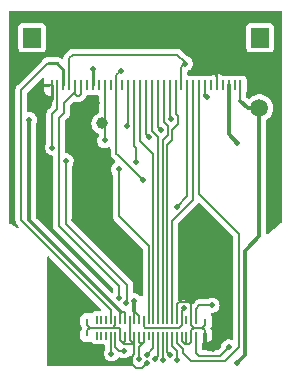
<source format=gtl>
G04 #@! TF.GenerationSoftware,KiCad,Pcbnew,6.0.8-f2edbf62ab~116~ubuntu20.04.1*
G04 #@! TF.CreationDate,2022-10-27T16:24:36+02:00*
G04 #@! TF.ProjectId,S3-44-to-33-FPC,53332d34-342d-4746-9f2d-33332d465043,1.0*
G04 #@! TF.SameCoordinates,Original*
G04 #@! TF.FileFunction,Copper,L1,Top*
G04 #@! TF.FilePolarity,Positive*
%FSLAX46Y46*%
G04 Gerber Fmt 4.6, Leading zero omitted, Abs format (unit mm)*
G04 Created by KiCad (PCBNEW 6.0.8-f2edbf62ab~116~ubuntu20.04.1) date 2022-10-27 16:24:36*
%MOMM*%
%LPD*%
G01*
G04 APERTURE LIST*
G04 #@! TA.AperFunction,SMDPad,CuDef*
%ADD10C,1.000000*%
G04 #@! TD*
G04 #@! TA.AperFunction,SMDPad,CuDef*
%ADD11R,0.254000X0.812800*%
G04 #@! TD*
G04 #@! TA.AperFunction,SMDPad,CuDef*
%ADD12R,1.524000X1.701800*%
G04 #@! TD*
G04 #@! TA.AperFunction,SMDPad,CuDef*
%ADD13R,0.177800X0.660400*%
G04 #@! TD*
G04 #@! TA.AperFunction,SMDPad,CuDef*
%ADD14R,0.177800X0.304800*%
G04 #@! TD*
G04 #@! TA.AperFunction,SMDPad,CuDef*
%ADD15C,1.500000*%
G04 #@! TD*
G04 #@! TA.AperFunction,ViaPad*
%ADD16C,0.500000*%
G04 #@! TD*
G04 #@! TA.AperFunction,Conductor*
%ADD17C,0.200000*%
G04 #@! TD*
G04 #@! TA.AperFunction,Conductor*
%ADD18C,0.250000*%
G04 #@! TD*
G04 #@! TA.AperFunction,Conductor*
%ADD19C,0.300000*%
G04 #@! TD*
G04 APERTURE END LIST*
D10*
X109850000Y-97650000D03*
D11*
X121574999Y-94415650D03*
X121075000Y-94415650D03*
X120574999Y-94415650D03*
X120075000Y-94415650D03*
X119574998Y-94415650D03*
X119074999Y-94415650D03*
X118575000Y-94415650D03*
X118074999Y-94415650D03*
X117575000Y-94415650D03*
X117074998Y-94415650D03*
X116574999Y-94415650D03*
X116075000Y-94415650D03*
X115574999Y-94415650D03*
X115075000Y-94415650D03*
X114574998Y-94415650D03*
X114074999Y-94415650D03*
X113575000Y-94415650D03*
X113074998Y-94415650D03*
X112574999Y-94415650D03*
X112075000Y-94415650D03*
X111574999Y-94415650D03*
X111075000Y-94415650D03*
X110574998Y-94415650D03*
X110074999Y-94415650D03*
X109575000Y-94415650D03*
X109074999Y-94415650D03*
X108575000Y-94415650D03*
X108074998Y-94415650D03*
X107574999Y-94415650D03*
X107075000Y-94415650D03*
X106574999Y-94415650D03*
X106075000Y-94415650D03*
X105574998Y-94415650D03*
D12*
X103923000Y-90402450D03*
X123227000Y-90402450D03*
D13*
X117788525Y-114275000D03*
X117788525Y-115625000D03*
X117388475Y-114275000D03*
X117388475Y-115625000D03*
X116988425Y-114275000D03*
X116988425Y-115625000D03*
X116588375Y-114275000D03*
X116588375Y-115625000D03*
X116188325Y-114275000D03*
X116188325Y-115625000D03*
X115788275Y-114275000D03*
X115788275Y-115625000D03*
X115388225Y-114275000D03*
X115388225Y-115625000D03*
X114988175Y-114275000D03*
X114988175Y-115625000D03*
X114588125Y-114275000D03*
X114588125Y-115625000D03*
X114188075Y-114275000D03*
X114188075Y-115625000D03*
X113788025Y-114275000D03*
X113788025Y-115625000D03*
X113387975Y-114275000D03*
X113387975Y-115625000D03*
X112987925Y-114275000D03*
X112987925Y-115625000D03*
X112587875Y-114275000D03*
X112587875Y-115625000D03*
X112187825Y-114275000D03*
X112187825Y-115625000D03*
X111787775Y-114275000D03*
X111787775Y-115625000D03*
X111387725Y-114275000D03*
X111387725Y-115625000D03*
X110987675Y-114275000D03*
X110987675Y-115625000D03*
X110587625Y-114275000D03*
X110587625Y-115625000D03*
X110187575Y-114275000D03*
X110187575Y-115625000D03*
X109787525Y-114275000D03*
X109787525Y-115625000D03*
X109387475Y-114275000D03*
X109387475Y-115625000D03*
D14*
X108588000Y-114374944D03*
X118588000Y-114374944D03*
X108588010Y-115525056D03*
X118587990Y-115525056D03*
D15*
X123175000Y-96350000D03*
D16*
X119225000Y-92500000D03*
X119250000Y-116750000D03*
X107400000Y-96900000D03*
X106150000Y-110050000D03*
X109400000Y-95950000D03*
X113650000Y-117950000D03*
X105450000Y-109500000D03*
X107500000Y-105850000D03*
X105250000Y-95925000D03*
X107950000Y-106350000D03*
X111900000Y-112900000D03*
X105650000Y-99700000D03*
X111700000Y-116900000D03*
X106800000Y-100850000D03*
X116800000Y-113300000D03*
X116887500Y-92587500D03*
X118700000Y-95450000D03*
X110650000Y-117150000D03*
X111300000Y-112450000D03*
X103700000Y-97350000D03*
X109050000Y-93025000D03*
X112600000Y-112700000D03*
X110100000Y-99100000D03*
X113300000Y-102450000D03*
X111425000Y-93250000D03*
X113000000Y-117600000D03*
X112000000Y-97900000D03*
X111250000Y-101550000D03*
X112750000Y-100950000D03*
X113650000Y-117250000D03*
X113850000Y-98850000D03*
X114300000Y-117600000D03*
X115050000Y-117700000D03*
X114850000Y-98250000D03*
X115650000Y-97300000D03*
X115600000Y-117250000D03*
X116200000Y-104700000D03*
X116200000Y-117700000D03*
X120600000Y-116600000D03*
X121300000Y-99300000D03*
X119150000Y-113050000D03*
X121250000Y-117950000D03*
D17*
X116188325Y-114275000D02*
X116188325Y-112961675D01*
X119574998Y-94415650D02*
X119574998Y-92849998D01*
X112587875Y-115625000D02*
X112587875Y-116137875D01*
X112400000Y-117400000D02*
X112400000Y-118050000D01*
X116850000Y-116350000D02*
X117050000Y-116350000D01*
D18*
X105574998Y-95600002D02*
X105250000Y-95925000D01*
D17*
X108588000Y-114738000D02*
X108800000Y-114950000D01*
X118587990Y-115187990D02*
X118587990Y-115525056D01*
X110800000Y-114950000D02*
X108800000Y-114950000D01*
X117388475Y-116161525D02*
X117200000Y-116350000D01*
X111787775Y-115625000D02*
X111787775Y-116112225D01*
X112400000Y-118050000D02*
X112700000Y-118350000D01*
D18*
X105574998Y-94415650D02*
X105574998Y-95600002D01*
D19*
X118587990Y-116137990D02*
X118587990Y-116537990D01*
D17*
X117200000Y-116350000D02*
X117050000Y-116350000D01*
X116188325Y-112961675D02*
X116400000Y-112750000D01*
X112187825Y-114275000D02*
X112187825Y-115625000D01*
X111250000Y-114950000D02*
X110800000Y-114950000D01*
X108800000Y-114950000D02*
X108588010Y-115161990D01*
X117600000Y-114950000D02*
X118350000Y-114950000D01*
X111387725Y-115625000D02*
X111387725Y-115087725D01*
D19*
X118587990Y-115525056D02*
X118587990Y-116137990D01*
D17*
X110987675Y-114275000D02*
X110987675Y-114762325D01*
X112187825Y-116037825D02*
X112437875Y-116287875D01*
X108588000Y-114374944D02*
X108588000Y-114738000D01*
X111787775Y-116112225D02*
X111625000Y-116275000D01*
X117388475Y-114738475D02*
X117600000Y-114950000D01*
X112187825Y-115625000D02*
X112187825Y-116037825D01*
D19*
X118800000Y-116750000D02*
X119250000Y-116750000D01*
D17*
X112437875Y-116287875D02*
X112587875Y-116137875D01*
X116400000Y-112750000D02*
X117200000Y-112750000D01*
X113250000Y-118350000D02*
X113650000Y-117950000D01*
X117200000Y-112750000D02*
X117388475Y-112938475D01*
X117388475Y-115625000D02*
X117388475Y-116161525D01*
X118588000Y-114374944D02*
X118588000Y-114712000D01*
X112587875Y-117212125D02*
X112400000Y-117400000D01*
X111387725Y-115087725D02*
X111250000Y-114950000D01*
X108588010Y-115161990D02*
X108588010Y-115525056D01*
X119574998Y-92849998D02*
X119225000Y-92500000D01*
X112587875Y-116137875D02*
X112587875Y-117212125D01*
X111625000Y-116275000D02*
X111700000Y-116350000D01*
X111387725Y-116037725D02*
X111625000Y-116275000D01*
X116588375Y-116088375D02*
X116588375Y-115625000D01*
X116988425Y-115625000D02*
X116988425Y-116288425D01*
X118350000Y-114950000D02*
X118587990Y-115187990D01*
X117388475Y-112938475D02*
X117388475Y-114275000D01*
D19*
X118587990Y-116537990D02*
X118800000Y-116750000D01*
D17*
X112700000Y-118350000D02*
X113250000Y-118350000D01*
X112375750Y-116350000D02*
X112437875Y-116287875D01*
X117388475Y-115161525D02*
X117600000Y-114950000D01*
X116988425Y-116288425D02*
X117050000Y-116350000D01*
X111387725Y-115625000D02*
X111387725Y-116037725D01*
X116850000Y-116350000D02*
X116588375Y-116088375D01*
X118588000Y-114712000D02*
X118350000Y-114950000D01*
X110987675Y-114762325D02*
X110800000Y-114950000D01*
X117388475Y-115625000D02*
X117388475Y-115161525D01*
X117388475Y-114275000D02*
X117388475Y-114738475D01*
X111700000Y-116350000D02*
X112375750Y-116350000D01*
X110949675Y-110299675D02*
X112000000Y-111350000D01*
X112000000Y-112800000D02*
X111900000Y-112900000D01*
X105650000Y-96825000D02*
X105650000Y-99700000D01*
X106800000Y-106150000D02*
X110949675Y-110299675D01*
X112000000Y-111350000D02*
X112000000Y-112800000D01*
X106075000Y-96400000D02*
X106075000Y-94415650D01*
X111700000Y-116900000D02*
X111300000Y-116900000D01*
X111300000Y-116900000D02*
X110987675Y-116587675D01*
X106800000Y-100850000D02*
X106800000Y-106150000D01*
X110987675Y-116587675D02*
X110987675Y-115625000D01*
X105650000Y-96825000D02*
X106075000Y-96400000D01*
X110587625Y-113437625D02*
X110587625Y-114275000D01*
X105275000Y-92550000D02*
X103025000Y-94800000D01*
X103025000Y-105875000D02*
X110587625Y-113437625D01*
D18*
X106000000Y-92550000D02*
X106574999Y-93124999D01*
X106000000Y-92550000D02*
X105275000Y-92550000D01*
X106574999Y-93124999D02*
X106574999Y-94415650D01*
D17*
X103025000Y-94800000D02*
X103025000Y-105875000D01*
X116887500Y-92487500D02*
X116225000Y-91825000D01*
D19*
X118575000Y-95325000D02*
X118575000Y-95225000D01*
X118700000Y-95450000D02*
X118575000Y-95325000D01*
D17*
X116574999Y-94415650D02*
X116574999Y-92900001D01*
X116588375Y-114761625D02*
X116400000Y-114950000D01*
X118575000Y-94415650D02*
X118575000Y-95225000D01*
X116574999Y-92900001D02*
X116887500Y-92587500D01*
X116588375Y-114275000D02*
X116588375Y-114761625D01*
X107400000Y-91825000D02*
X116225000Y-91825000D01*
X116400000Y-114950000D02*
X113500000Y-114950000D01*
X118575000Y-95225000D02*
X118700000Y-95350000D01*
X116588375Y-114275000D02*
X116588375Y-113511625D01*
X116588375Y-113511625D02*
X116800000Y-113300000D01*
X107075000Y-92150000D02*
X107400000Y-91825000D01*
X116887500Y-92587500D02*
X116975000Y-92500000D01*
X116887500Y-92587500D02*
X116887500Y-92487500D01*
X107075000Y-94415650D02*
X107075000Y-92150000D01*
X113500000Y-114950000D02*
X113387975Y-114837975D01*
X113387975Y-114837975D02*
X113387975Y-114275000D01*
X110587625Y-117087625D02*
X110650000Y-117150000D01*
X110587625Y-115625000D02*
X110587625Y-117087625D01*
X110549625Y-110699625D02*
X106200000Y-106350000D01*
X107875000Y-95350000D02*
X107750000Y-95350000D01*
X110549625Y-110699625D02*
X111300000Y-111450000D01*
X111300000Y-111450000D02*
X111300000Y-112450000D01*
X107574999Y-94975001D02*
X107574999Y-95174999D01*
X106200000Y-106350000D02*
X106200000Y-97225000D01*
X106650000Y-96775000D02*
X106650000Y-95900000D01*
X107574999Y-94415650D02*
X107574999Y-94975001D01*
X108074998Y-95150002D02*
X107875000Y-95350000D01*
X107750000Y-95350000D02*
X107574999Y-95174999D01*
X108074998Y-94415650D02*
X108074998Y-95150002D01*
X106650000Y-95900000D02*
X107574999Y-94975001D01*
X106200000Y-97225000D02*
X106650000Y-96775000D01*
X111450000Y-113600000D02*
X111387725Y-113662275D01*
X111787775Y-113687775D02*
X111700000Y-113600000D01*
X111700000Y-113600000D02*
X111450000Y-113600000D01*
D19*
X111450000Y-113600000D02*
X103700000Y-105850000D01*
D18*
X109074999Y-94415650D02*
X109074999Y-93049999D01*
D17*
X111787775Y-114275000D02*
X111787775Y-113687775D01*
D18*
X109074999Y-93049999D02*
X109050000Y-93025000D01*
D19*
X103700000Y-105850000D02*
X103700000Y-97350000D01*
D17*
X111387725Y-113662275D02*
X111387725Y-114275000D01*
X112600000Y-114262875D02*
X112587875Y-114275000D01*
X112600000Y-113550000D02*
X112600000Y-114262875D01*
X110100000Y-94440651D02*
X110074999Y-94415650D01*
X112987925Y-113937925D02*
X112600000Y-113550000D01*
D19*
X112600000Y-112700000D02*
X112600000Y-113550000D01*
D17*
X110100000Y-99100000D02*
X110100000Y-94440651D01*
X112987925Y-114275000D02*
X112987925Y-113937925D01*
X113200000Y-116350000D02*
X112987925Y-116137925D01*
X113000000Y-116550000D02*
X113000000Y-117600000D01*
X113200000Y-116350000D02*
X113000000Y-116550000D01*
X113387975Y-115625000D02*
X113387975Y-116162025D01*
X112987925Y-116137925D02*
X112987925Y-115625000D01*
X113300000Y-102450000D02*
X111200000Y-100350000D01*
X113387975Y-116162025D02*
X113200000Y-116350000D01*
X111075000Y-94415650D02*
X111075000Y-100225000D01*
X111075000Y-93600000D02*
X111425000Y-93250000D01*
X111075000Y-100225000D02*
X111200000Y-100350000D01*
X111075000Y-94415650D02*
X111075000Y-93600000D01*
X111250000Y-101550000D02*
X111250000Y-105500000D01*
X112075000Y-97825000D02*
X112000000Y-97900000D01*
X111250000Y-105500000D02*
X113788025Y-108038025D01*
X113788025Y-108038025D02*
X113788025Y-114275000D01*
X112075000Y-94415650D02*
X112075000Y-97825000D01*
X114188075Y-116711925D02*
X113650000Y-117250000D01*
X112574999Y-99599999D02*
X112574999Y-94415650D01*
X114188075Y-115625000D02*
X114188075Y-116711925D01*
X112750000Y-100950000D02*
X112750000Y-99775000D01*
X112750000Y-99775000D02*
X112574999Y-99599999D01*
X114188075Y-114275000D02*
X114188075Y-100218075D01*
X113074998Y-99104998D02*
X113074998Y-94415650D01*
X114188075Y-100218075D02*
X113074998Y-99104998D01*
X113850000Y-98850000D02*
X113836000Y-98850000D01*
X114588125Y-115625000D02*
X114588125Y-117311875D01*
X113836000Y-98850000D02*
X113575000Y-98589000D01*
X114588125Y-117311875D02*
X114300000Y-117600000D01*
X113575000Y-98589000D02*
X113575000Y-94415650D01*
X114588125Y-114275000D02*
X114588125Y-98788125D01*
X114588125Y-98788125D02*
X114074999Y-98274999D01*
X114074999Y-98274999D02*
X114074999Y-94415650D01*
X114554000Y-97790000D02*
X114554000Y-97954000D01*
X114554000Y-97790000D02*
X114554000Y-94436648D01*
X114554000Y-94436648D02*
X114574998Y-94415650D01*
X114988175Y-117638175D02*
X115050000Y-117700000D01*
X114554000Y-97954000D02*
X114850000Y-98250000D01*
X114988175Y-115625000D02*
X114988175Y-117638175D01*
X114988175Y-99061825D02*
X115400000Y-98650000D01*
X114988175Y-114275000D02*
X114988175Y-99061825D01*
X115075000Y-97525000D02*
X115075000Y-94415650D01*
X115400000Y-98650000D02*
X115400000Y-97850000D01*
X115400000Y-97850000D02*
X115075000Y-97525000D01*
X115574999Y-94415650D02*
X115574999Y-97224999D01*
X115388225Y-117038225D02*
X115388225Y-115625000D01*
X115600000Y-117250000D02*
X115388225Y-117038225D01*
X115574999Y-97224999D02*
X115650000Y-97300000D01*
X115625000Y-99225000D02*
X115450000Y-99400000D01*
X115388225Y-114275000D02*
X115388225Y-99461775D01*
X115388225Y-99461775D02*
X115625000Y-99225000D01*
X116075000Y-94415650D02*
X116075000Y-96875000D01*
X116250000Y-97050000D02*
X116250000Y-97750000D01*
X116075000Y-96875000D02*
X116250000Y-97050000D01*
X115800000Y-98200000D02*
X115800000Y-99050000D01*
X116250000Y-97750000D02*
X115800000Y-98200000D01*
X115800000Y-99050000D02*
X115625000Y-99225000D01*
X117074998Y-103143002D02*
X117074998Y-94415650D01*
X117074998Y-103825002D02*
X116200000Y-104700000D01*
X116200000Y-116900000D02*
X115788275Y-116488275D01*
X115788275Y-116488275D02*
X115788275Y-115625000D01*
X117074998Y-103143002D02*
X117074998Y-103825002D01*
X116200000Y-117700000D02*
X116200000Y-116900000D01*
X117575000Y-94415650D02*
X117575000Y-104125000D01*
X115788275Y-105911725D02*
X115788275Y-114275000D01*
X117575000Y-104125000D02*
X115788275Y-105911725D01*
X116700000Y-116800000D02*
X116700000Y-117100000D01*
X118074999Y-103624999D02*
X118074999Y-94415650D01*
X120250000Y-117750000D02*
X121450000Y-116550000D01*
X116188325Y-115625000D02*
X116188325Y-116288325D01*
X121450000Y-107000000D02*
X118074999Y-103624999D01*
X116700000Y-117100000D02*
X117350000Y-117750000D01*
X121450000Y-116550000D02*
X121450000Y-107000000D01*
X116188325Y-116288325D02*
X116700000Y-116800000D01*
X117350000Y-117750000D02*
X120250000Y-117750000D01*
D19*
X121300000Y-99300000D02*
X120574999Y-98574999D01*
D17*
X118050000Y-117350000D02*
X119850000Y-117350000D01*
X117788525Y-117088525D02*
X118050000Y-117350000D01*
X119850000Y-117350000D02*
X120600000Y-116600000D01*
X117788525Y-115625000D02*
X117788525Y-117088525D01*
D19*
X120574999Y-98574999D02*
X120574999Y-94415650D01*
X121950000Y-117250000D02*
X121250000Y-117950000D01*
X122100000Y-108300000D02*
X121950000Y-108450000D01*
D17*
X121574999Y-95724999D02*
X121574999Y-94415650D01*
X117788525Y-114275000D02*
X117788525Y-113361475D01*
D19*
X123175000Y-96350000D02*
X122200000Y-96350000D01*
X123175000Y-96350000D02*
X123175000Y-107025000D01*
X123175000Y-107025000D02*
X123175000Y-107225000D01*
D17*
X118100000Y-113050000D02*
X119150000Y-113050000D01*
D19*
X121950000Y-108450000D02*
X121950000Y-116650000D01*
D17*
X117788525Y-113361475D02*
X118100000Y-113050000D01*
D19*
X121950000Y-116650000D02*
X121950000Y-117250000D01*
X123175000Y-107225000D02*
X122100000Y-108300000D01*
X122200000Y-96350000D02*
X121574999Y-95724999D01*
G04 #@! TA.AperFunction,Conductor*
G36*
X105384012Y-108942280D02*
G01*
X105390595Y-108948409D01*
X109771393Y-113329206D01*
X109805419Y-113391518D01*
X109800354Y-113462333D01*
X109757807Y-113519169D01*
X109691287Y-113543980D01*
X109682300Y-113544301D01*
X109667107Y-113544301D01*
X109607208Y-113553787D01*
X109567795Y-113553787D01*
X109507894Y-113544300D01*
X109387488Y-113544300D01*
X109267057Y-113544301D01*
X109262164Y-113545076D01*
X109262163Y-113545076D01*
X109183069Y-113557602D01*
X109183067Y-113557603D01*
X109173271Y-113559154D01*
X109060233Y-113616750D01*
X108970525Y-113706458D01*
X108968551Y-113704484D01*
X108924432Y-113738497D01*
X108853695Y-113744565D01*
X108834502Y-113739059D01*
X108794509Y-113724066D01*
X108779251Y-113720439D01*
X108728386Y-113714913D01*
X108721573Y-113714544D01*
X108454432Y-113714545D01*
X108447610Y-113714915D01*
X108396748Y-113720439D01*
X108381496Y-113724065D01*
X108261046Y-113769220D01*
X108245451Y-113777758D01*
X108143376Y-113854259D01*
X108130815Y-113866820D01*
X108054314Y-113968895D01*
X108045776Y-113984490D01*
X108000622Y-114104938D01*
X107996995Y-114120193D01*
X107991469Y-114171058D01*
X107991100Y-114177871D01*
X107991101Y-114572012D01*
X107991471Y-114578834D01*
X107996995Y-114629696D01*
X108000621Y-114644948D01*
X108045776Y-114765398D01*
X108054314Y-114780993D01*
X108124350Y-114874442D01*
X108149198Y-114940949D01*
X108134145Y-115010331D01*
X108124350Y-115025572D01*
X108054324Y-115119008D01*
X108045786Y-115134602D01*
X108000632Y-115255050D01*
X107997005Y-115270305D01*
X107991479Y-115321170D01*
X107991110Y-115327983D01*
X107991111Y-115722124D01*
X107991481Y-115728946D01*
X107997005Y-115779808D01*
X108000631Y-115795060D01*
X108045786Y-115915510D01*
X108054324Y-115931105D01*
X108130825Y-116033180D01*
X108143386Y-116045741D01*
X108245461Y-116122242D01*
X108261056Y-116130780D01*
X108381504Y-116175934D01*
X108396759Y-116179561D01*
X108447624Y-116185087D01*
X108454437Y-116185456D01*
X108721578Y-116185455D01*
X108728400Y-116185085D01*
X108779262Y-116179561D01*
X108794517Y-116175934D01*
X108834504Y-116160944D01*
X108905311Y-116155761D01*
X108967680Y-116189682D01*
X108969851Y-116192220D01*
X108970525Y-116193542D01*
X109060233Y-116283250D01*
X109173271Y-116340846D01*
X109183060Y-116342396D01*
X109183062Y-116342397D01*
X109207157Y-116346213D01*
X109267056Y-116355700D01*
X109387462Y-116355700D01*
X109507893Y-116355699D01*
X109567792Y-116346213D01*
X109607205Y-116346213D01*
X109667106Y-116355700D01*
X109787512Y-116355700D01*
X109907943Y-116355699D01*
X109912835Y-116354924D01*
X109912838Y-116354924D01*
X109941416Y-116350398D01*
X110011827Y-116359499D01*
X110066141Y-116405221D01*
X110087125Y-116474847D01*
X110087125Y-116783357D01*
X110072982Y-116839663D01*
X110072501Y-116840348D01*
X110015309Y-116987039D01*
X109994758Y-117143138D01*
X110012035Y-117299633D01*
X110066143Y-117447490D01*
X110070380Y-117453796D01*
X110070382Y-117453799D01*
X110105217Y-117505638D01*
X110153958Y-117578172D01*
X110270410Y-117684135D01*
X110277085Y-117687759D01*
X110402099Y-117755637D01*
X110402101Y-117755638D01*
X110408776Y-117759262D01*
X110416125Y-117761190D01*
X110553719Y-117797287D01*
X110553721Y-117797287D01*
X110561069Y-117799215D01*
X110644380Y-117800524D01*
X110710898Y-117801569D01*
X110710901Y-117801569D01*
X110718495Y-117801688D01*
X110871968Y-117766538D01*
X111012625Y-117695795D01*
X111038869Y-117673381D01*
X111126574Y-117598474D01*
X111126576Y-117598471D01*
X111132348Y-117593542D01*
X111202704Y-117495631D01*
X111258699Y-117451983D01*
X111329402Y-117445537D01*
X111365145Y-117458424D01*
X111458776Y-117509262D01*
X111466125Y-117511190D01*
X111603719Y-117547287D01*
X111603721Y-117547287D01*
X111611069Y-117549215D01*
X111694380Y-117550524D01*
X111760898Y-117551569D01*
X111760901Y-117551569D01*
X111768495Y-117551688D01*
X111921968Y-117516538D01*
X112062625Y-117445795D01*
X112152762Y-117368810D01*
X112217549Y-117339781D01*
X112287749Y-117350386D01*
X112341071Y-117397261D01*
X112360587Y-117465522D01*
X112359512Y-117481069D01*
X112346056Y-117583282D01*
X112344758Y-117593138D01*
X112362035Y-117749633D01*
X112416143Y-117897490D01*
X112420380Y-117903796D01*
X112420382Y-117903799D01*
X112487194Y-118003224D01*
X112508587Y-118070921D01*
X112489983Y-118139437D01*
X112437291Y-118187018D01*
X112382613Y-118199500D01*
X105301500Y-118199500D01*
X105233379Y-118179498D01*
X105186886Y-118125842D01*
X105175500Y-118073500D01*
X105175500Y-109037504D01*
X105195502Y-108969383D01*
X105249158Y-108922890D01*
X105319432Y-108912786D01*
X105384012Y-108942280D01*
G37*
G04 #@! TD.AperFunction*
G04 #@! TA.AperFunction,Conductor*
G36*
X118108985Y-104387794D02*
G01*
X118161440Y-104419254D01*
X120912595Y-107170409D01*
X120946621Y-107232721D01*
X120949500Y-107259504D01*
X120949500Y-115855485D01*
X120929498Y-115923606D01*
X120875842Y-115970099D01*
X120805568Y-115980203D01*
X120792805Y-115977689D01*
X120689498Y-115951740D01*
X120689496Y-115951740D01*
X120682128Y-115949889D01*
X120674530Y-115949849D01*
X120674528Y-115949849D01*
X120607319Y-115949497D01*
X120524684Y-115949065D01*
X120517305Y-115950837D01*
X120517301Y-115950837D01*
X120378967Y-115984048D01*
X120378963Y-115984049D01*
X120371588Y-115985820D01*
X120364843Y-115989301D01*
X120364844Y-115989301D01*
X120255493Y-116045741D01*
X120231679Y-116058032D01*
X120225957Y-116063024D01*
X120225955Y-116063025D01*
X120118759Y-116156538D01*
X120118756Y-116156541D01*
X120113034Y-116161533D01*
X120090538Y-116193542D01*
X120027490Y-116283250D01*
X120022501Y-116290348D01*
X119965309Y-116437039D01*
X119964318Y-116444564D01*
X119964317Y-116444569D01*
X119957271Y-116498093D01*
X119928549Y-116563020D01*
X119921444Y-116570742D01*
X119679591Y-116812595D01*
X119617279Y-116846621D01*
X119590496Y-116849500D01*
X118415025Y-116849500D01*
X118346904Y-116829498D01*
X118300411Y-116775842D01*
X118289025Y-116723500D01*
X118289025Y-116308289D01*
X118309027Y-116240168D01*
X118362683Y-116193675D01*
X118428633Y-116183026D01*
X118447604Y-116185087D01*
X118454417Y-116185456D01*
X118721558Y-116185455D01*
X118728380Y-116185085D01*
X118779242Y-116179561D01*
X118794494Y-116175935D01*
X118914944Y-116130780D01*
X118930539Y-116122242D01*
X119032614Y-116045741D01*
X119045175Y-116033180D01*
X119121676Y-115931105D01*
X119130214Y-115915510D01*
X119175368Y-115795062D01*
X119178995Y-115779807D01*
X119184521Y-115728942D01*
X119184890Y-115722129D01*
X119184889Y-115327988D01*
X119184519Y-115321166D01*
X119178995Y-115270304D01*
X119175369Y-115255052D01*
X119130214Y-115134602D01*
X119121676Y-115119008D01*
X119051650Y-115025572D01*
X119026802Y-114959066D01*
X119041855Y-114889683D01*
X119051650Y-114874442D01*
X119121686Y-114780993D01*
X119130224Y-114765398D01*
X119175378Y-114644950D01*
X119179005Y-114629695D01*
X119184531Y-114578830D01*
X119184900Y-114572017D01*
X119184899Y-114177876D01*
X119184529Y-114171054D01*
X119179005Y-114120192D01*
X119175379Y-114104940D01*
X119130224Y-113984490D01*
X119121686Y-113968895D01*
X119071963Y-113902550D01*
X119047115Y-113836043D01*
X119062168Y-113766661D01*
X119112342Y-113716431D01*
X119174768Y-113701001D01*
X119182572Y-113701124D01*
X119210898Y-113701569D01*
X119210901Y-113701569D01*
X119218495Y-113701688D01*
X119371968Y-113666538D01*
X119512625Y-113595795D01*
X119558156Y-113556908D01*
X119626574Y-113498474D01*
X119626576Y-113498471D01*
X119632348Y-113493542D01*
X119724224Y-113365683D01*
X119782950Y-113219598D01*
X119805134Y-113063723D01*
X119805278Y-113050000D01*
X119803219Y-113032981D01*
X119796372Y-112976405D01*
X119786363Y-112893694D01*
X119776147Y-112866657D01*
X119733394Y-112753514D01*
X119733393Y-112753511D01*
X119730710Y-112746412D01*
X119641531Y-112616657D01*
X119583190Y-112564677D01*
X119529648Y-112516972D01*
X119529645Y-112516970D01*
X119523976Y-112511919D01*
X119384831Y-112438245D01*
X119368122Y-112434048D01*
X119239498Y-112401740D01*
X119239496Y-112401740D01*
X119232128Y-112399889D01*
X119224530Y-112399849D01*
X119224528Y-112399849D01*
X119157319Y-112399497D01*
X119074684Y-112399065D01*
X119067305Y-112400837D01*
X119067301Y-112400837D01*
X118928967Y-112434048D01*
X118928963Y-112434049D01*
X118921588Y-112435820D01*
X118781679Y-112508032D01*
X118769737Y-112518450D01*
X118705257Y-112548157D01*
X118686909Y-112549500D01*
X118170180Y-112549500D01*
X118158295Y-112548172D01*
X118158254Y-112548682D01*
X118149308Y-112547962D01*
X118140552Y-112545981D01*
X118105481Y-112548157D01*
X118087735Y-112549258D01*
X118079932Y-112549500D01*
X118064060Y-112549500D01*
X118053948Y-112550948D01*
X118043894Y-112551978D01*
X118015903Y-112553715D01*
X117997462Y-112554859D01*
X117989018Y-112557907D01*
X117985306Y-112558676D01*
X117970601Y-112562343D01*
X117966973Y-112563404D01*
X117958082Y-112564677D01*
X117915718Y-112583939D01*
X117906363Y-112587746D01*
X117871057Y-112600491D01*
X117871053Y-112600493D01*
X117862613Y-112603540D01*
X117855365Y-112608835D01*
X117852025Y-112610611D01*
X117838911Y-112618274D01*
X117835739Y-112620303D01*
X117827572Y-112624016D01*
X117820777Y-112629871D01*
X117820774Y-112629873D01*
X117792325Y-112654387D01*
X117784405Y-112660675D01*
X117773664Y-112668522D01*
X117762921Y-112679265D01*
X117756075Y-112685623D01*
X117718963Y-112717600D01*
X117714080Y-112725134D01*
X117708181Y-112731896D01*
X117708176Y-112731892D01*
X117699200Y-112742986D01*
X117514338Y-112927848D01*
X117452026Y-112961874D01*
X117381211Y-112956809D01*
X117321403Y-112910120D01*
X117295836Y-112872920D01*
X117295834Y-112872917D01*
X117291531Y-112866657D01*
X117244971Y-112825174D01*
X117179648Y-112766972D01*
X117179645Y-112766970D01*
X117173976Y-112761919D01*
X117034831Y-112688245D01*
X117025177Y-112685820D01*
X116889498Y-112651740D01*
X116889496Y-112651740D01*
X116882128Y-112649889D01*
X116874530Y-112649849D01*
X116874528Y-112649849D01*
X116807319Y-112649497D01*
X116724684Y-112649065D01*
X116717305Y-112650837D01*
X116717301Y-112650837D01*
X116578967Y-112684048D01*
X116578963Y-112684049D01*
X116571588Y-112685820D01*
X116564846Y-112689300D01*
X116564840Y-112689302D01*
X116472564Y-112736929D01*
X116402857Y-112750398D01*
X116336934Y-112724042D01*
X116295724Y-112666230D01*
X116288775Y-112624963D01*
X116288775Y-106171229D01*
X116308777Y-106103108D01*
X116325680Y-106082134D01*
X117879280Y-104528534D01*
X117888624Y-104521068D01*
X117888292Y-104520678D01*
X117895128Y-104514860D01*
X117902720Y-104510070D01*
X117937756Y-104470399D01*
X117943102Y-104464712D01*
X117954321Y-104453493D01*
X117960450Y-104445316D01*
X117966834Y-104437474D01*
X117977905Y-104424939D01*
X118037992Y-104387122D01*
X118108985Y-104387794D01*
G37*
G04 #@! TD.AperFunction*
G04 #@! TA.AperFunction,Conductor*
G36*
X108907988Y-95221205D02*
G01*
X108916480Y-95222550D01*
X109074967Y-95222550D01*
X109233517Y-95222549D01*
X109238408Y-95221774D01*
X109238413Y-95221774D01*
X109305290Y-95211183D01*
X109344708Y-95211183D01*
X109391609Y-95218611D01*
X109416481Y-95222550D01*
X109473500Y-95222550D01*
X109541621Y-95242552D01*
X109588114Y-95296208D01*
X109599500Y-95348550D01*
X109599500Y-96693985D01*
X109579498Y-96762106D01*
X109524749Y-96809091D01*
X109397270Y-96865849D01*
X109391929Y-96869729D01*
X109391928Y-96869730D01*
X109307648Y-96930963D01*
X109244129Y-96977112D01*
X109239716Y-96982014D01*
X109239714Y-96982015D01*
X109137697Y-97095316D01*
X109117467Y-97117784D01*
X109114164Y-97123505D01*
X109086704Y-97171068D01*
X109022821Y-97281716D01*
X108964326Y-97461744D01*
X108944540Y-97650000D01*
X108964326Y-97838256D01*
X109022821Y-98018284D01*
X109117467Y-98182216D01*
X109244129Y-98322888D01*
X109249468Y-98326767D01*
X109328078Y-98383880D01*
X109397270Y-98434151D01*
X109524724Y-98490898D01*
X109524749Y-98490909D01*
X109578845Y-98536889D01*
X109599500Y-98606015D01*
X109599500Y-98640941D01*
X109576587Y-98713392D01*
X109563287Y-98732316D01*
X109533896Y-98774135D01*
X109522501Y-98790348D01*
X109465309Y-98937039D01*
X109464318Y-98944568D01*
X109447921Y-99069116D01*
X109444758Y-99093138D01*
X109462035Y-99249633D01*
X109464645Y-99256765D01*
X109513297Y-99389712D01*
X109516143Y-99397490D01*
X109520380Y-99403796D01*
X109520382Y-99403799D01*
X109547112Y-99443577D01*
X109603958Y-99528172D01*
X109720410Y-99634135D01*
X109780369Y-99666690D01*
X109852099Y-99705637D01*
X109852101Y-99705638D01*
X109858776Y-99709262D01*
X109866125Y-99711190D01*
X110003719Y-99747287D01*
X110003721Y-99747287D01*
X110011069Y-99749215D01*
X110094380Y-99750524D01*
X110160898Y-99751569D01*
X110160901Y-99751569D01*
X110168495Y-99751688D01*
X110321968Y-99716538D01*
X110391886Y-99681373D01*
X110461730Y-99668635D01*
X110527374Y-99695679D01*
X110567976Y-99753920D01*
X110574500Y-99793938D01*
X110574500Y-100154819D01*
X110573172Y-100166704D01*
X110573682Y-100166745D01*
X110572962Y-100175691D01*
X110570981Y-100184447D01*
X110572248Y-100204871D01*
X110574258Y-100237264D01*
X110574500Y-100245067D01*
X110574500Y-100260940D01*
X110575135Y-100265374D01*
X110575948Y-100271050D01*
X110576978Y-100281106D01*
X110579859Y-100327538D01*
X110582907Y-100335982D01*
X110583676Y-100339694D01*
X110587343Y-100354399D01*
X110588404Y-100358027D01*
X110589677Y-100366918D01*
X110608939Y-100409282D01*
X110612746Y-100418637D01*
X110625491Y-100453943D01*
X110625493Y-100453947D01*
X110628540Y-100462387D01*
X110633835Y-100469635D01*
X110635611Y-100472975D01*
X110643274Y-100486089D01*
X110645303Y-100489261D01*
X110649016Y-100497428D01*
X110654871Y-100504223D01*
X110654873Y-100504226D01*
X110679387Y-100532675D01*
X110685675Y-100540595D01*
X110693522Y-100551336D01*
X110704265Y-100562079D01*
X110710623Y-100568925D01*
X110742600Y-100606037D01*
X110750134Y-100610920D01*
X110756896Y-100616819D01*
X110756892Y-100616824D01*
X110767986Y-100625800D01*
X110936843Y-100794657D01*
X110970869Y-100856969D01*
X110965804Y-100927784D01*
X110923257Y-100984620D01*
X110905540Y-100995716D01*
X110881679Y-101008032D01*
X110875957Y-101013024D01*
X110875955Y-101013025D01*
X110768759Y-101106538D01*
X110768756Y-101106541D01*
X110763034Y-101111533D01*
X110672501Y-101240348D01*
X110615309Y-101387039D01*
X110614318Y-101394568D01*
X110598391Y-101515544D01*
X110594758Y-101543138D01*
X110612035Y-101699633D01*
X110666143Y-101847490D01*
X110670380Y-101853796D01*
X110670382Y-101853799D01*
X110728081Y-101939663D01*
X110749500Y-102009939D01*
X110749500Y-105429819D01*
X110748172Y-105441704D01*
X110748682Y-105441745D01*
X110747962Y-105450691D01*
X110745981Y-105459447D01*
X110746537Y-105468407D01*
X110749258Y-105512264D01*
X110749500Y-105520067D01*
X110749500Y-105535940D01*
X110750135Y-105540374D01*
X110750948Y-105546050D01*
X110751978Y-105556106D01*
X110754859Y-105602538D01*
X110757907Y-105610982D01*
X110758676Y-105614694D01*
X110762343Y-105629399D01*
X110763404Y-105633027D01*
X110764677Y-105641918D01*
X110783939Y-105684282D01*
X110787746Y-105693637D01*
X110800491Y-105728943D01*
X110800493Y-105728947D01*
X110803540Y-105737387D01*
X110808835Y-105744635D01*
X110810611Y-105747975D01*
X110818274Y-105761089D01*
X110820303Y-105764261D01*
X110824016Y-105772428D01*
X110829871Y-105779223D01*
X110829873Y-105779226D01*
X110854387Y-105807675D01*
X110860675Y-105815595D01*
X110868522Y-105826336D01*
X110879265Y-105837079D01*
X110885623Y-105843925D01*
X110917600Y-105881037D01*
X110925134Y-105885920D01*
X110931896Y-105891819D01*
X110931892Y-105891824D01*
X110942986Y-105900800D01*
X113250620Y-108208434D01*
X113284646Y-108270746D01*
X113287525Y-108297529D01*
X113287525Y-112160263D01*
X113267523Y-112228384D01*
X113213867Y-112274877D01*
X113143593Y-112284981D01*
X113077706Y-112254339D01*
X112979648Y-112166972D01*
X112979645Y-112166970D01*
X112973976Y-112161919D01*
X112834831Y-112088245D01*
X112827466Y-112086395D01*
X112689498Y-112051740D01*
X112689496Y-112051740D01*
X112682128Y-112049889D01*
X112674529Y-112049849D01*
X112674527Y-112049849D01*
X112625840Y-112049594D01*
X112557825Y-112029235D01*
X112511614Y-111975337D01*
X112500500Y-111923596D01*
X112500500Y-111420181D01*
X112501828Y-111408296D01*
X112501318Y-111408255D01*
X112502038Y-111399309D01*
X112504019Y-111390553D01*
X112500742Y-111337736D01*
X112500500Y-111329933D01*
X112500500Y-111314060D01*
X112499052Y-111303948D01*
X112498022Y-111293894D01*
X112495697Y-111256425D01*
X112495141Y-111247462D01*
X112492093Y-111239018D01*
X112491324Y-111235306D01*
X112487657Y-111220601D01*
X112486596Y-111216973D01*
X112485323Y-111208082D01*
X112466061Y-111165718D01*
X112462254Y-111156363D01*
X112449509Y-111121057D01*
X112449507Y-111121053D01*
X112446460Y-111112613D01*
X112441165Y-111105365D01*
X112439389Y-111102025D01*
X112431726Y-111088911D01*
X112429697Y-111085739D01*
X112425984Y-111077572D01*
X112420129Y-111070777D01*
X112420127Y-111070774D01*
X112395613Y-111042325D01*
X112389324Y-111034404D01*
X112384352Y-111027598D01*
X112381478Y-111023664D01*
X112370735Y-111012921D01*
X112364377Y-111006074D01*
X112338259Y-110975763D01*
X112332400Y-110968963D01*
X112324866Y-110964080D01*
X112318104Y-110958181D01*
X112318108Y-110958176D01*
X112307014Y-110949200D01*
X107337405Y-105979591D01*
X107303379Y-105917279D01*
X107300500Y-105890496D01*
X107300500Y-101308857D01*
X107324177Y-101235331D01*
X107369793Y-101171849D01*
X107374224Y-101165683D01*
X107432950Y-101019598D01*
X107455134Y-100863723D01*
X107455278Y-100850000D01*
X107436363Y-100693694D01*
X107410511Y-100625278D01*
X107383394Y-100553514D01*
X107383393Y-100553511D01*
X107380710Y-100546412D01*
X107291531Y-100416657D01*
X107235705Y-100366918D01*
X107179648Y-100316972D01*
X107179645Y-100316970D01*
X107173976Y-100311919D01*
X107162112Y-100305637D01*
X107041543Y-100241799D01*
X107041544Y-100241799D01*
X107034831Y-100238245D01*
X107027466Y-100236395D01*
X106889498Y-100201740D01*
X106889496Y-100201740D01*
X106882128Y-100199889D01*
X106874529Y-100199849D01*
X106874527Y-100199849D01*
X106825840Y-100199594D01*
X106757825Y-100179235D01*
X106711614Y-100125337D01*
X106700500Y-100073596D01*
X106700500Y-97484504D01*
X106720502Y-97416383D01*
X106737405Y-97395409D01*
X106954280Y-97178534D01*
X106963624Y-97171068D01*
X106963292Y-97170678D01*
X106970128Y-97164860D01*
X106977720Y-97160070D01*
X107012756Y-97120399D01*
X107018102Y-97114712D01*
X107029320Y-97103494D01*
X107032010Y-97099905D01*
X107035450Y-97095316D01*
X107041832Y-97087477D01*
X107066682Y-97059339D01*
X107072623Y-97052612D01*
X107076437Y-97044489D01*
X107078508Y-97041336D01*
X107086327Y-97028324D01*
X107088143Y-97025006D01*
X107093526Y-97017824D01*
X107109858Y-96974259D01*
X107113783Y-96964944D01*
X107121536Y-96948431D01*
X107133553Y-96922837D01*
X107134935Y-96913964D01*
X107136042Y-96910342D01*
X107139891Y-96895672D01*
X107140702Y-96891983D01*
X107143852Y-96883581D01*
X107144517Y-96874636D01*
X107144519Y-96874626D01*
X107147302Y-96837172D01*
X107148452Y-96827145D01*
X107150500Y-96813991D01*
X107150500Y-96798797D01*
X107150846Y-96789460D01*
X107153811Y-96749557D01*
X107154476Y-96740609D01*
X107152603Y-96731833D01*
X107151992Y-96722876D01*
X107151998Y-96722876D01*
X107150500Y-96708683D01*
X107150500Y-96159504D01*
X107170502Y-96091383D01*
X107187405Y-96070409D01*
X107418541Y-95839273D01*
X107480853Y-95805247D01*
X107551668Y-95810312D01*
X107561177Y-95814310D01*
X107602163Y-95833553D01*
X107611035Y-95834934D01*
X107614658Y-95836042D01*
X107629317Y-95839888D01*
X107633014Y-95840701D01*
X107641420Y-95843852D01*
X107687843Y-95847302D01*
X107697856Y-95848452D01*
X107711009Y-95850500D01*
X107726204Y-95850500D01*
X107735542Y-95850846D01*
X107784392Y-95854476D01*
X107793168Y-95852603D01*
X107802125Y-95851992D01*
X107802199Y-95853082D01*
X107822371Y-95851771D01*
X107825693Y-95852038D01*
X107834447Y-95854019D01*
X107880628Y-95851154D01*
X107887264Y-95850742D01*
X107895067Y-95850500D01*
X107910940Y-95850500D01*
X107921052Y-95849052D01*
X107931106Y-95848022D01*
X107959097Y-95846285D01*
X107977538Y-95845141D01*
X107985982Y-95842093D01*
X107989694Y-95841324D01*
X108004399Y-95837657D01*
X108008027Y-95836596D01*
X108016918Y-95835323D01*
X108059282Y-95816061D01*
X108068637Y-95812254D01*
X108103943Y-95799509D01*
X108103947Y-95799507D01*
X108112387Y-95796460D01*
X108119635Y-95791165D01*
X108122975Y-95789389D01*
X108136089Y-95781726D01*
X108139261Y-95779697D01*
X108147428Y-95775984D01*
X108154223Y-95770129D01*
X108154226Y-95770127D01*
X108182675Y-95745613D01*
X108190596Y-95739324D01*
X108197401Y-95734353D01*
X108197403Y-95734351D01*
X108201336Y-95731478D01*
X108212083Y-95720730D01*
X108218934Y-95714370D01*
X108249232Y-95688264D01*
X108249234Y-95688262D01*
X108256037Y-95682400D01*
X108260922Y-95674864D01*
X108266819Y-95668104D01*
X108266824Y-95668108D01*
X108275801Y-95657013D01*
X108379277Y-95553537D01*
X108388622Y-95546070D01*
X108388291Y-95545681D01*
X108395130Y-95539860D01*
X108402718Y-95535072D01*
X108437762Y-95495392D01*
X108443108Y-95489705D01*
X108454318Y-95478495D01*
X108457008Y-95474906D01*
X108460442Y-95470325D01*
X108466825Y-95462484D01*
X108481889Y-95445427D01*
X108497621Y-95427614D01*
X108501436Y-95419489D01*
X108503518Y-95416319D01*
X108511321Y-95403332D01*
X108513141Y-95400008D01*
X108518524Y-95392826D01*
X108534855Y-95349263D01*
X108538781Y-95339949D01*
X108558551Y-95297840D01*
X108561271Y-95299117D01*
X108592025Y-95252413D01*
X108656930Y-95223640D01*
X108673468Y-95222549D01*
X108733518Y-95222549D01*
X108738410Y-95221774D01*
X108738413Y-95221774D01*
X108805288Y-95211183D01*
X108844707Y-95211183D01*
X108907988Y-95221205D01*
G37*
G04 #@! TD.AperFunction*
G04 #@! TA.AperFunction,Conductor*
G36*
X104865017Y-93771963D02*
G01*
X104921853Y-93814510D01*
X104946664Y-93881030D01*
X104946248Y-93903627D01*
X104940367Y-93957764D01*
X104939998Y-93964578D01*
X104939998Y-94270535D01*
X104944473Y-94285774D01*
X104945863Y-94286979D01*
X104953546Y-94288650D01*
X105421501Y-94288650D01*
X105489622Y-94308652D01*
X105536115Y-94362308D01*
X105547500Y-94414648D01*
X105547501Y-94416650D01*
X105527499Y-94484771D01*
X105473843Y-94531264D01*
X105421501Y-94542650D01*
X104958114Y-94542650D01*
X104942875Y-94547125D01*
X104941670Y-94548515D01*
X104939999Y-94556198D01*
X104939999Y-94866719D01*
X104940369Y-94873540D01*
X104945893Y-94924402D01*
X104949519Y-94939654D01*
X104994674Y-95060104D01*
X105003212Y-95075699D01*
X105079713Y-95177774D01*
X105092274Y-95190335D01*
X105194349Y-95266836D01*
X105209944Y-95275374D01*
X105330392Y-95320528D01*
X105345647Y-95324155D01*
X105396512Y-95329681D01*
X105403326Y-95330050D01*
X105448500Y-95330050D01*
X105516621Y-95350052D01*
X105563114Y-95403708D01*
X105574500Y-95456050D01*
X105574500Y-96140496D01*
X105554498Y-96208617D01*
X105537595Y-96229591D01*
X105345720Y-96421466D01*
X105336376Y-96428932D01*
X105336708Y-96429322D01*
X105329872Y-96435140D01*
X105322280Y-96439930D01*
X105316338Y-96446658D01*
X105316337Y-96446659D01*
X105287245Y-96479600D01*
X105281898Y-96485288D01*
X105270680Y-96496506D01*
X105267991Y-96500094D01*
X105267990Y-96500095D01*
X105264550Y-96504684D01*
X105258168Y-96512523D01*
X105227377Y-96547388D01*
X105223563Y-96555511D01*
X105221492Y-96558664D01*
X105213673Y-96571676D01*
X105211856Y-96574995D01*
X105206474Y-96582176D01*
X105192396Y-96619730D01*
X105190144Y-96625736D01*
X105186217Y-96635053D01*
X105170263Y-96669034D01*
X105170262Y-96669037D01*
X105166447Y-96677163D01*
X105165065Y-96686037D01*
X105163961Y-96689650D01*
X105160115Y-96704307D01*
X105159301Y-96708010D01*
X105156148Y-96716420D01*
X105152698Y-96762843D01*
X105151548Y-96772856D01*
X105149500Y-96786009D01*
X105149500Y-96801204D01*
X105149154Y-96810541D01*
X105145524Y-96859392D01*
X105147397Y-96868168D01*
X105148008Y-96877125D01*
X105148002Y-96877125D01*
X105149500Y-96891318D01*
X105149500Y-99240941D01*
X105126587Y-99313392D01*
X105078603Y-99381666D01*
X105072501Y-99390348D01*
X105015309Y-99537039D01*
X105008508Y-99588700D01*
X104996307Y-99681373D01*
X104994758Y-99693138D01*
X105012035Y-99849633D01*
X105066143Y-99997490D01*
X105070380Y-100003796D01*
X105070382Y-100003799D01*
X105104513Y-100054591D01*
X105153958Y-100128172D01*
X105159574Y-100133282D01*
X105236643Y-100203409D01*
X105270410Y-100234135D01*
X105327945Y-100265374D01*
X105402099Y-100305637D01*
X105402101Y-100305638D01*
X105408776Y-100309262D01*
X105416125Y-100311190D01*
X105553719Y-100347287D01*
X105553721Y-100347287D01*
X105561069Y-100349215D01*
X105575481Y-100349441D01*
X105643275Y-100370508D01*
X105688920Y-100424886D01*
X105699500Y-100475425D01*
X105699500Y-106279819D01*
X105698172Y-106291704D01*
X105698682Y-106291745D01*
X105697962Y-106300691D01*
X105695981Y-106309447D01*
X105696537Y-106318407D01*
X105699258Y-106362264D01*
X105699500Y-106370067D01*
X105699500Y-106385940D01*
X105700135Y-106390374D01*
X105700948Y-106396050D01*
X105701978Y-106406106D01*
X105704859Y-106452538D01*
X105707907Y-106460982D01*
X105708676Y-106464694D01*
X105712343Y-106479399D01*
X105713404Y-106483027D01*
X105714677Y-106491918D01*
X105733939Y-106534282D01*
X105737746Y-106543637D01*
X105750491Y-106578943D01*
X105750493Y-106578947D01*
X105753540Y-106587387D01*
X105758835Y-106594635D01*
X105760611Y-106597975D01*
X105768274Y-106611089D01*
X105770303Y-106614261D01*
X105774016Y-106622428D01*
X105779871Y-106629223D01*
X105779873Y-106629226D01*
X105804387Y-106657675D01*
X105810675Y-106665595D01*
X105818522Y-106676336D01*
X105829265Y-106687079D01*
X105835623Y-106693925D01*
X105867600Y-106731037D01*
X105875134Y-106735920D01*
X105881896Y-106741819D01*
X105881892Y-106741824D01*
X105892986Y-106750800D01*
X110762595Y-111620409D01*
X110796621Y-111682721D01*
X110799500Y-111709504D01*
X110799500Y-111866786D01*
X110779498Y-111934907D01*
X110725842Y-111981400D01*
X110655568Y-111991504D01*
X110590988Y-111962010D01*
X110584405Y-111955881D01*
X104287405Y-105658881D01*
X104253379Y-105596569D01*
X104250500Y-105569786D01*
X104250500Y-97739274D01*
X104269479Y-97680350D01*
X104266131Y-97678509D01*
X104269790Y-97671853D01*
X104274224Y-97665683D01*
X104277057Y-97658635D01*
X104277059Y-97658632D01*
X104330114Y-97526652D01*
X104332950Y-97519598D01*
X104345372Y-97432314D01*
X104354553Y-97367807D01*
X104354553Y-97367804D01*
X104355134Y-97363723D01*
X104355278Y-97350000D01*
X104336363Y-97193694D01*
X104307565Y-97117481D01*
X104283394Y-97053514D01*
X104283393Y-97053511D01*
X104280710Y-97046412D01*
X104191531Y-96916657D01*
X104138912Y-96869775D01*
X104079648Y-96816972D01*
X104079645Y-96816970D01*
X104073976Y-96811919D01*
X104059432Y-96804218D01*
X103979896Y-96762106D01*
X103934831Y-96738245D01*
X103911816Y-96732464D01*
X103789498Y-96701740D01*
X103789496Y-96701740D01*
X103782128Y-96699889D01*
X103774530Y-96699849D01*
X103774528Y-96699849D01*
X103690129Y-96699408D01*
X103650841Y-96699202D01*
X103582826Y-96678844D01*
X103536614Y-96624946D01*
X103525500Y-96573204D01*
X103525500Y-95059504D01*
X103545502Y-94991383D01*
X103562405Y-94970409D01*
X104731890Y-93800924D01*
X104794202Y-93766898D01*
X104865017Y-93771963D01*
G37*
G04 #@! TD.AperFunction*
G04 #@! TA.AperFunction,Conductor*
G36*
X125066621Y-88120502D02*
G01*
X125113114Y-88174158D01*
X125124500Y-88226500D01*
X125124500Y-105929417D01*
X125104498Y-105997538D01*
X125079469Y-106025957D01*
X124963794Y-106122975D01*
X123932469Y-106987956D01*
X123867422Y-107016406D01*
X123797320Y-107005172D01*
X123744419Y-106957822D01*
X123725500Y-106891416D01*
X123725500Y-97434279D01*
X123745502Y-97366158D01*
X123789935Y-97324344D01*
X123824404Y-97305041D01*
X123824409Y-97305038D01*
X123829442Y-97302219D01*
X123992012Y-97167012D01*
X124127219Y-97004442D01*
X124130043Y-96999399D01*
X124130046Y-96999395D01*
X124227713Y-96824998D01*
X124227714Y-96824996D01*
X124230537Y-96819955D01*
X124232393Y-96814488D01*
X124232395Y-96814483D01*
X124281768Y-96669034D01*
X124298504Y-96619730D01*
X124303950Y-96582176D01*
X124328314Y-96414140D01*
X124328314Y-96414138D01*
X124328846Y-96410470D01*
X124330429Y-96350000D01*
X124311081Y-96139440D01*
X124299737Y-96099215D01*
X124287635Y-96056307D01*
X124253686Y-95935931D01*
X124235215Y-95898474D01*
X124162719Y-95751469D01*
X124160165Y-95746290D01*
X124033651Y-95576867D01*
X123923350Y-95474906D01*
X123882622Y-95437257D01*
X123882620Y-95437255D01*
X123878381Y-95433337D01*
X123800859Y-95384424D01*
X123704434Y-95323584D01*
X123704433Y-95323584D01*
X123699554Y-95320505D01*
X123503160Y-95242152D01*
X123497503Y-95241027D01*
X123497497Y-95241025D01*
X123301442Y-95202028D01*
X123301440Y-95202028D01*
X123295775Y-95200901D01*
X123290000Y-95200825D01*
X123289996Y-95200825D01*
X123183976Y-95199437D01*
X123084346Y-95198133D01*
X123078649Y-95199112D01*
X123078648Y-95199112D01*
X122881650Y-95232962D01*
X122881649Y-95232962D01*
X122875953Y-95233941D01*
X122677575Y-95307127D01*
X122672614Y-95310079D01*
X122672613Y-95310079D01*
X122506091Y-95409149D01*
X122495856Y-95415238D01*
X122407785Y-95492474D01*
X122343718Y-95548659D01*
X122279314Y-95578536D01*
X122208981Y-95568850D01*
X122171546Y-95543022D01*
X122112404Y-95483880D01*
X122078378Y-95421568D01*
X122075499Y-95394785D01*
X122075499Y-94999673D01*
X122081666Y-94960737D01*
X122083145Y-94956187D01*
X122087645Y-94947354D01*
X122102499Y-94853569D01*
X122102498Y-93977732D01*
X122087645Y-93883946D01*
X122030049Y-93770908D01*
X121940341Y-93681200D01*
X121827303Y-93623604D01*
X121817514Y-93622054D01*
X121817512Y-93622053D01*
X121790150Y-93617720D01*
X121733518Y-93608750D01*
X121575031Y-93608750D01*
X121416481Y-93608751D01*
X121411588Y-93609526D01*
X121411587Y-93609526D01*
X121344711Y-93620117D01*
X121305292Y-93620117D01*
X121242011Y-93610095D01*
X121233519Y-93608750D01*
X121075032Y-93608750D01*
X120916482Y-93608751D01*
X120911591Y-93609526D01*
X120911586Y-93609526D01*
X120844709Y-93620117D01*
X120805291Y-93620117D01*
X120743925Y-93610398D01*
X120733518Y-93608750D01*
X120575015Y-93608750D01*
X120416481Y-93608751D01*
X120411588Y-93609526D01*
X120411587Y-93609526D01*
X120344711Y-93620117D01*
X120305292Y-93620117D01*
X120242011Y-93610095D01*
X120233519Y-93608750D01*
X120222703Y-93608750D01*
X120056712Y-93608751D01*
X119988593Y-93588749D01*
X119981147Y-93583576D01*
X119955647Y-93564464D01*
X119940052Y-93555926D01*
X119819604Y-93510772D01*
X119804349Y-93507145D01*
X119753484Y-93501619D01*
X119746670Y-93501250D01*
X119720113Y-93501250D01*
X119704874Y-93505725D01*
X119703669Y-93507115D01*
X119701998Y-93514798D01*
X119701998Y-93636670D01*
X119681996Y-93704791D01*
X119665142Y-93725716D01*
X119664136Y-93726722D01*
X119601845Y-93760776D01*
X119531027Y-93755747D01*
X119485905Y-93726764D01*
X119484903Y-93725762D01*
X119450877Y-93663450D01*
X119447998Y-93636667D01*
X119447998Y-93519366D01*
X119443523Y-93504127D01*
X119442133Y-93502922D01*
X119434450Y-93501251D01*
X119403329Y-93501251D01*
X119396508Y-93501621D01*
X119345646Y-93507145D01*
X119330394Y-93510771D01*
X119209940Y-93555927D01*
X119194349Y-93564463D01*
X119168845Y-93583577D01*
X119102339Y-93608424D01*
X119093283Y-93608750D01*
X118927301Y-93608751D01*
X118916481Y-93608751D01*
X118911589Y-93609526D01*
X118911586Y-93609526D01*
X118844711Y-93620117D01*
X118805292Y-93620117D01*
X118742011Y-93610095D01*
X118733519Y-93608750D01*
X118575032Y-93608750D01*
X118416482Y-93608751D01*
X118411591Y-93609526D01*
X118411586Y-93609526D01*
X118344709Y-93620117D01*
X118305291Y-93620117D01*
X118243925Y-93610398D01*
X118233518Y-93608750D01*
X118075015Y-93608750D01*
X117916481Y-93608751D01*
X117911588Y-93609526D01*
X117911587Y-93609526D01*
X117844711Y-93620117D01*
X117805292Y-93620117D01*
X117742011Y-93610095D01*
X117733519Y-93608750D01*
X117575032Y-93608750D01*
X117416482Y-93608751D01*
X117344706Y-93620118D01*
X117305293Y-93620118D01*
X117233517Y-93608750D01*
X117201499Y-93608750D01*
X117133378Y-93588748D01*
X117086885Y-93535092D01*
X117075499Y-93482750D01*
X117075499Y-93298790D01*
X117095501Y-93230669D01*
X117144885Y-93186225D01*
X117167933Y-93174633D01*
X117250125Y-93133295D01*
X117294375Y-93095502D01*
X117364074Y-93035974D01*
X117364076Y-93035971D01*
X117369848Y-93031042D01*
X117461724Y-92903183D01*
X117472558Y-92876234D01*
X117506652Y-92791421D01*
X117520450Y-92757098D01*
X117537365Y-92638245D01*
X117542053Y-92605307D01*
X117542053Y-92605304D01*
X117542634Y-92601223D01*
X117542723Y-92592747D01*
X117542735Y-92591634D01*
X117542735Y-92591628D01*
X117542778Y-92587500D01*
X117523863Y-92431194D01*
X117505795Y-92383379D01*
X117470894Y-92291014D01*
X117470893Y-92291011D01*
X117468210Y-92283912D01*
X117379031Y-92154157D01*
X117316013Y-92098010D01*
X117267148Y-92054472D01*
X117267145Y-92054470D01*
X117261476Y-92049419D01*
X117205576Y-92019821D01*
X117129045Y-91979300D01*
X117129046Y-91979300D01*
X117122331Y-91975745D01*
X117114964Y-91973894D01*
X117114960Y-91973893D01*
X117104324Y-91971221D01*
X117045927Y-91938113D01*
X116628534Y-91520720D01*
X116621068Y-91511376D01*
X116620678Y-91511708D01*
X116614860Y-91504872D01*
X116610070Y-91497280D01*
X116570398Y-91462243D01*
X116564711Y-91456897D01*
X116553494Y-91445680D01*
X116549905Y-91442990D01*
X116545316Y-91439550D01*
X116537477Y-91433168D01*
X116509339Y-91408318D01*
X116502612Y-91402377D01*
X116494489Y-91398563D01*
X116491336Y-91396492D01*
X116478324Y-91388673D01*
X116475005Y-91386856D01*
X116467824Y-91381474D01*
X116451868Y-91375492D01*
X116424264Y-91365144D01*
X116414947Y-91361217D01*
X116380966Y-91345263D01*
X116380963Y-91345262D01*
X116372837Y-91341447D01*
X116363963Y-91340065D01*
X116360350Y-91338961D01*
X116345693Y-91335115D01*
X116341990Y-91334301D01*
X116333580Y-91331148D01*
X116287157Y-91327698D01*
X116277144Y-91326548D01*
X116263991Y-91324500D01*
X116248796Y-91324500D01*
X116239459Y-91324154D01*
X116224036Y-91323008D01*
X116190608Y-91320524D01*
X116181832Y-91322397D01*
X116172875Y-91323008D01*
X116172875Y-91323002D01*
X116158682Y-91324500D01*
X107470176Y-91324500D01*
X107458296Y-91323172D01*
X107458255Y-91323683D01*
X107449307Y-91322963D01*
X107440552Y-91320982D01*
X107387745Y-91324258D01*
X107379943Y-91324500D01*
X107364060Y-91324500D01*
X107359612Y-91325137D01*
X107359610Y-91325137D01*
X107353942Y-91325948D01*
X107343891Y-91326978D01*
X107306420Y-91329303D01*
X107306419Y-91329303D01*
X107297461Y-91329859D01*
X107289017Y-91332907D01*
X107285324Y-91333672D01*
X107270584Y-91337347D01*
X107266968Y-91338404D01*
X107258082Y-91339677D01*
X107215734Y-91358932D01*
X107206367Y-91362745D01*
X107162613Y-91378540D01*
X107155361Y-91383838D01*
X107152015Y-91385617D01*
X107138911Y-91393274D01*
X107135739Y-91395303D01*
X107127572Y-91399016D01*
X107120776Y-91404871D01*
X107120774Y-91404873D01*
X107092321Y-91429390D01*
X107084405Y-91435675D01*
X107077598Y-91440648D01*
X107077591Y-91440654D01*
X107073664Y-91443523D01*
X107062928Y-91454259D01*
X107056082Y-91460616D01*
X107018963Y-91492600D01*
X107014080Y-91500133D01*
X107008182Y-91506894D01*
X107008178Y-91506890D01*
X106999199Y-91517987D01*
X106770721Y-91746465D01*
X106761376Y-91753932D01*
X106761708Y-91754322D01*
X106754875Y-91760138D01*
X106747280Y-91764930D01*
X106712244Y-91804601D01*
X106706897Y-91810289D01*
X106695680Y-91821506D01*
X106692991Y-91825094D01*
X106692990Y-91825095D01*
X106689550Y-91829684D01*
X106683168Y-91837523D01*
X106652377Y-91872388D01*
X106648563Y-91880511D01*
X106646492Y-91883664D01*
X106638673Y-91896676D01*
X106636856Y-91899995D01*
X106631474Y-91907176D01*
X106628325Y-91915577D01*
X106628324Y-91915578D01*
X106615144Y-91950736D01*
X106611217Y-91960053D01*
X106595263Y-91994034D01*
X106595262Y-91994037D01*
X106591447Y-92002163D01*
X106590065Y-92011037D01*
X106588961Y-92014650D01*
X106585115Y-92029307D01*
X106584301Y-92033010D01*
X106581148Y-92041420D01*
X106577698Y-92087843D01*
X106576524Y-92098010D01*
X106576449Y-92098488D01*
X106546130Y-92162685D01*
X106485916Y-92200299D01*
X106414925Y-92199388D01*
X106359226Y-92164245D01*
X106338116Y-92141288D01*
X106303044Y-92119542D01*
X106293262Y-92112819D01*
X106290878Y-92111009D01*
X106260396Y-92087872D01*
X106252409Y-92084710D01*
X106252406Y-92084708D01*
X106247517Y-92082772D01*
X106227516Y-92072713D01*
X106215750Y-92065418D01*
X106176119Y-92053904D01*
X106164895Y-92050060D01*
X106134516Y-92038033D01*
X106134513Y-92038032D01*
X106126528Y-92034871D01*
X106117991Y-92033974D01*
X106117984Y-92033972D01*
X106112761Y-92033423D01*
X106090784Y-92029112D01*
X106083822Y-92027089D01*
X106083820Y-92027089D01*
X106077488Y-92025249D01*
X106070673Y-92024749D01*
X106069596Y-92024669D01*
X106069583Y-92024669D01*
X106067288Y-92024500D01*
X106034461Y-92024500D01*
X106021290Y-92023810D01*
X105983338Y-92019821D01*
X105974872Y-92021253D01*
X105974869Y-92021253D01*
X105966102Y-92022736D01*
X105945090Y-92024500D01*
X105238930Y-92024500D01*
X105234685Y-92025082D01*
X105234678Y-92025082D01*
X105175769Y-92033152D01*
X105132354Y-92039099D01*
X105124470Y-92042511D01*
X105124469Y-92042511D01*
X105008098Y-92092869D01*
X105008095Y-92092871D01*
X105000217Y-92096280D01*
X104888325Y-92186888D01*
X104876862Y-92203018D01*
X104814327Y-92291014D01*
X104804921Y-92304249D01*
X104804276Y-92306040D01*
X104785261Y-92331925D01*
X102720720Y-94396466D01*
X102711376Y-94403932D01*
X102711708Y-94404322D01*
X102704872Y-94410140D01*
X102697280Y-94414930D01*
X102691338Y-94421658D01*
X102691337Y-94421659D01*
X102662245Y-94454600D01*
X102656898Y-94460288D01*
X102645680Y-94471506D01*
X102642991Y-94475094D01*
X102642990Y-94475095D01*
X102639550Y-94479684D01*
X102633168Y-94487523D01*
X102602377Y-94522388D01*
X102598563Y-94530511D01*
X102596492Y-94533664D01*
X102588673Y-94546676D01*
X102586856Y-94549995D01*
X102581474Y-94557176D01*
X102578325Y-94565577D01*
X102578324Y-94565578D01*
X102565144Y-94600736D01*
X102561217Y-94610053D01*
X102545263Y-94644034D01*
X102545262Y-94644037D01*
X102541447Y-94652163D01*
X102540065Y-94661037D01*
X102538961Y-94664650D01*
X102535115Y-94679307D01*
X102534301Y-94683010D01*
X102531148Y-94691420D01*
X102527698Y-94737843D01*
X102526548Y-94747856D01*
X102524500Y-94761009D01*
X102524500Y-94776204D01*
X102524154Y-94785541D01*
X102520524Y-94834392D01*
X102522397Y-94843168D01*
X102523008Y-94852125D01*
X102523002Y-94852125D01*
X102524500Y-94866318D01*
X102524500Y-105804819D01*
X102523172Y-105816704D01*
X102523682Y-105816745D01*
X102522962Y-105825691D01*
X102520981Y-105834447D01*
X102521537Y-105843407D01*
X102524258Y-105887264D01*
X102524500Y-105895067D01*
X102524500Y-105910940D01*
X102525135Y-105915374D01*
X102525948Y-105921050D01*
X102526978Y-105931106D01*
X102529859Y-105977538D01*
X102532907Y-105985982D01*
X102533676Y-105989694D01*
X102537343Y-106004399D01*
X102538404Y-106008027D01*
X102539677Y-106016918D01*
X102558939Y-106059282D01*
X102562746Y-106068637D01*
X102575491Y-106103943D01*
X102575493Y-106103947D01*
X102578540Y-106112387D01*
X102583835Y-106119635D01*
X102585611Y-106122975D01*
X102593274Y-106136089D01*
X102595303Y-106139261D01*
X102599016Y-106147428D01*
X102604871Y-106154223D01*
X102604873Y-106154226D01*
X102629387Y-106182675D01*
X102635675Y-106190595D01*
X102643522Y-106201336D01*
X102654265Y-106212079D01*
X102660623Y-106218925D01*
X102692600Y-106256037D01*
X102700134Y-106260920D01*
X102706896Y-106266819D01*
X102706892Y-106266824D01*
X102717986Y-106275800D01*
X102778493Y-106336307D01*
X102812519Y-106398619D01*
X102807454Y-106469434D01*
X102764907Y-106526270D01*
X102698387Y-106551081D01*
X102629013Y-106535990D01*
X102621805Y-106531737D01*
X102118928Y-106212079D01*
X102008907Y-106142143D01*
X101962148Y-106088719D01*
X101950500Y-106035808D01*
X101950500Y-89520031D01*
X102760500Y-89520031D01*
X102760501Y-91284868D01*
X102761276Y-91289759D01*
X102761276Y-91289762D01*
X102772231Y-91358932D01*
X102775354Y-91378654D01*
X102779855Y-91387487D01*
X102779857Y-91387492D01*
X102788713Y-91404873D01*
X102832950Y-91491692D01*
X102922658Y-91581400D01*
X103035696Y-91638996D01*
X103045485Y-91640546D01*
X103045487Y-91640547D01*
X103072849Y-91644880D01*
X103129481Y-91653850D01*
X103922839Y-91653850D01*
X104716518Y-91653849D01*
X104721412Y-91653074D01*
X104800506Y-91640548D01*
X104800508Y-91640547D01*
X104810304Y-91638996D01*
X104923342Y-91581400D01*
X105013050Y-91491692D01*
X105070646Y-91378654D01*
X105085500Y-91284869D01*
X105085499Y-89520032D01*
X105085499Y-89520031D01*
X122064500Y-89520031D01*
X122064501Y-91284868D01*
X122065276Y-91289759D01*
X122065276Y-91289762D01*
X122076231Y-91358932D01*
X122079354Y-91378654D01*
X122083855Y-91387487D01*
X122083857Y-91387492D01*
X122092713Y-91404873D01*
X122136950Y-91491692D01*
X122226658Y-91581400D01*
X122339696Y-91638996D01*
X122349485Y-91640546D01*
X122349487Y-91640547D01*
X122376849Y-91644880D01*
X122433481Y-91653850D01*
X123226839Y-91653850D01*
X124020518Y-91653849D01*
X124025412Y-91653074D01*
X124104506Y-91640548D01*
X124104508Y-91640547D01*
X124114304Y-91638996D01*
X124227342Y-91581400D01*
X124317050Y-91491692D01*
X124374646Y-91378654D01*
X124389500Y-91284869D01*
X124389499Y-89520032D01*
X124374646Y-89426246D01*
X124317050Y-89313208D01*
X124227342Y-89223500D01*
X124114304Y-89165904D01*
X124104515Y-89164354D01*
X124104513Y-89164353D01*
X124077151Y-89160020D01*
X124020519Y-89151050D01*
X123227161Y-89151050D01*
X122433482Y-89151051D01*
X122428589Y-89151826D01*
X122428588Y-89151826D01*
X122349494Y-89164352D01*
X122349492Y-89164353D01*
X122339696Y-89165904D01*
X122226658Y-89223500D01*
X122136950Y-89313208D01*
X122079354Y-89426246D01*
X122064500Y-89520031D01*
X105085499Y-89520031D01*
X105070646Y-89426246D01*
X105013050Y-89313208D01*
X104923342Y-89223500D01*
X104810304Y-89165904D01*
X104800515Y-89164354D01*
X104800513Y-89164353D01*
X104773151Y-89160020D01*
X104716519Y-89151050D01*
X103923161Y-89151050D01*
X103129482Y-89151051D01*
X103124589Y-89151826D01*
X103124588Y-89151826D01*
X103045494Y-89164352D01*
X103045492Y-89164353D01*
X103035696Y-89165904D01*
X102922658Y-89223500D01*
X102832950Y-89313208D01*
X102775354Y-89426246D01*
X102760500Y-89520031D01*
X101950500Y-89520031D01*
X101950500Y-88226500D01*
X101970502Y-88158379D01*
X102024158Y-88111886D01*
X102076500Y-88100500D01*
X124998500Y-88100500D01*
X125066621Y-88120502D01*
G37*
G04 #@! TD.AperFunction*
M02*

</source>
